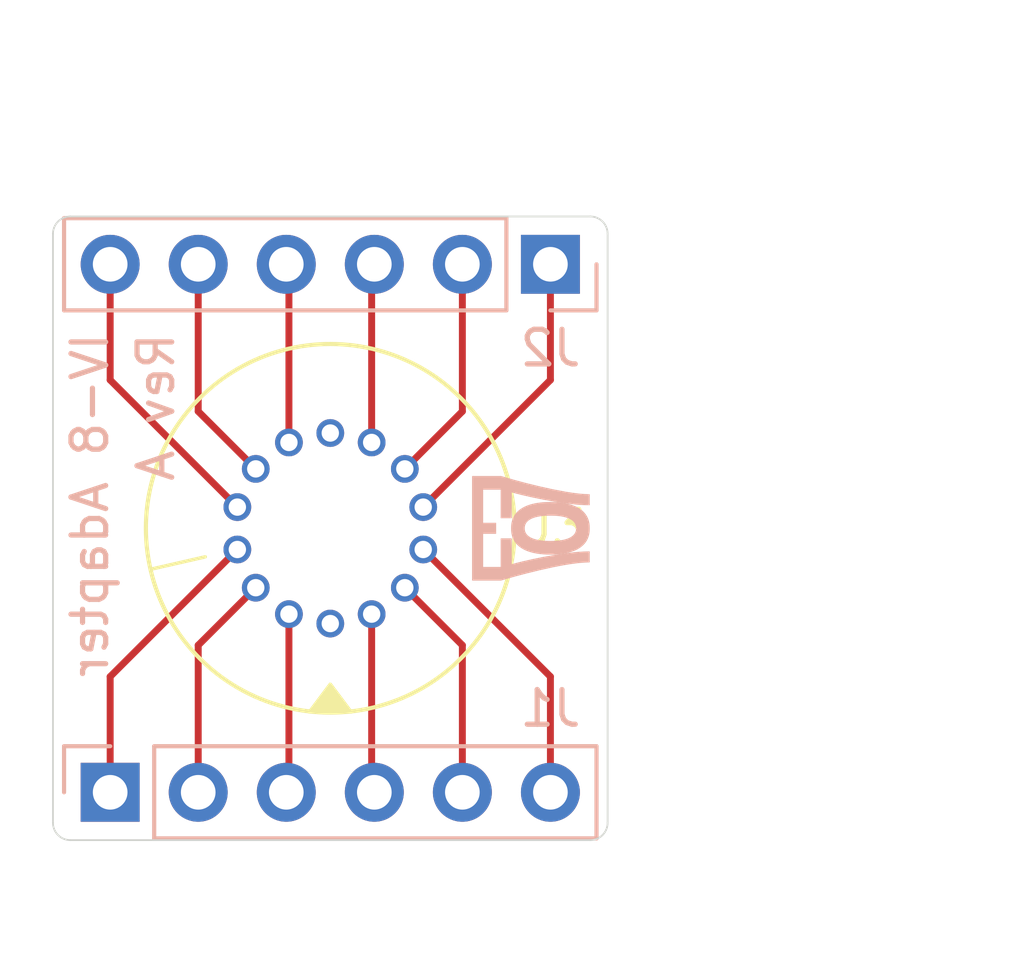
<source format=kicad_pcb>
(kicad_pcb (version 20240108) (generator "pcbnew") (generator_version "8.0")
  (layers (0 "F.Cu" signal) (31 "B.Cu" signal) (34 "B.Paste" user) (35 "F.Paste" user) (36 "B.SilkS" user "B.Silkscreen") (37 "F.SilkS" user "F.Silkscreen") (38 "B.Mask" user) (39 "F.Mask" user) (44 "Edge.Cuts" user))
  (net 0 "")
  (net 1 "Net-(J2-Pin_6)")
  (net 2 "Net-(J2-Pin_4)")
  (net 3 "Net-(J1-Pin_5)")
  (net 4 "Net-(J1-Pin_4)")
  (net 5 "Net-(J2-Pin_2)")
  (net 6 "Net-(J1-Pin_6)")
  (net 7 "Net-(J1-Pin_3)")
  (net 8 "Net-(J1-Pin_2)")
  (net 9 "Net-(J2-Pin_5)")
  (net 10 "Net-(J1-Pin_1)")
  (net 11 "Net-(J2-Pin_3)")
  (net 12 "Net-(J2-Pin_1)")
  (footprint "Library:IV-8 VFD" (layer "F.Cu") (at 142.25 88.25)
    (property "Reference" "J3" (at 6.5 0 0) (layer "F.SilkS"))
    (property "Value" "Conn_01x14")
    (fp_line (start -5.1866 1.1838) (end -3.6072 0.8233) (stroke (width 0.1)) (layer "F.SilkS"))
    (fp_circle (center 0 0) (end 0 5.32) (stroke (width 0.12)) (fill none) (layer "F.SilkS"))
    (fp_poly (pts (xy -0.6 5.3) (xy 0 4.5) (xy 0.6 5.3)) (stroke (width 0.1)) (fill solid) (layer "F.SilkS"))
    (pad "1" thru_hole oval (at -2.681053 0.611925) (size 0.8 0.8) (drill 0.5) (layers "*.Cu" "*.Mask") (net 10 "Net-(J1-Pin_1)"))
    (pad "2" thru_hole oval (at -2.15004 1.714591) (size 0.8 0.8) (drill 0.5) (layers "*.Cu" "*.Mask") (net 8 "Net-(J1-Pin_2)"))
    (pad "3" thru_hole oval (at -1.193186 2.477661) (size 0.8 0.8) (drill 0.5) (layers "*.Cu" "*.Mask") (net 7 "Net-(J1-Pin_3)"))
    (pad "4" thru_hole oval (at -0.000006 2.749999) (size 0.8 0.8) (drill 0.5) (layers "*.Cu" "*.Mask"))
    (pad "5" thru_hole oval (at 1.193174 2.477667) (size 0.8 0.8) (drill 0.5) (layers "*.Cu" "*.Mask") (net 4 "Net-(J1-Pin_4)"))
    (pad "6" thru_hole oval (at 2.150032 1.714602) (size 0.8 0.8) (drill 0.5) (layers "*.Cu" "*.Mask") (net 3 "Net-(J1-Pin_5)"))
    (pad "7" thru_hole oval (at 2.68105 0.611939) (size 0.8 0.8) (drill 0.5) (layers "*.Cu" "*.Mask") (net 6 "Net-(J1-Pin_6)"))
    (pad "8" thru_hole oval (at 2.681053 -0.611925) (size 0.8 0.8) (drill 0.5) (layers "*.Cu" "*.Mask") (net 12 "Net-(J2-Pin_1)"))
    (pad "9" thru_hole oval (at 2.15004 -1.714591) (size 0.8 0.8) (drill 0.5) (layers "*.Cu" "*.Mask") (net 5 "Net-(J2-Pin_2)"))
    (pad "10" thru_hole oval (at 1.193186 -2.477661) (size 0.8 0.8) (drill 0.5) (layers "*.Cu" "*.Mask") (net 11 "Net-(J2-Pin_3)"))
    (pad "11" thru_hole oval (at 0.000006 -2.749999) (size 0.8 0.8) (drill 0.5) (layers "*.Cu" "*.Mask"))
    (pad "12" thru_hole oval (at -1.193174 -2.477667) (size 0.8 0.8) (drill 0.5) (layers "*.Cu" "*.Mask") (net 2 "Net-(J2-Pin_4)"))
    (pad "13" thru_hole oval (at -2.150032 -1.714602) (size 0.8 0.8) (drill 0.5) (layers "*.Cu" "*.Mask") (net 9 "Net-(J2-Pin_5)"))
    (pad "14" thru_hole oval (at -2.68105 -0.611939) (size 0.8 0.8) (drill 0.5) (layers "*.Cu" "*.Mask") (net 1 "Net-(J2-Pin_6)"))
  )
  (footprint "Connector_PinHeader_2.54mm:PinHeader_1x06_P2.54mm_Vertical" (layer "B.Cu") (at 148.6 80.63 90)
    (property "Reference" "J2" (at -2.42 0 0) (layer "B.SilkS") (effects (justify mirror)))
    (property "Value" "Conn_01x06")
    (fp_line (start 1.33 -14.03) (end -1.33 -14.03) (stroke (width 0.12)) (layer "B.SilkS"))
    (fp_line (start 1.33 -14.03) (end 1.33 -1.27) (stroke (width 0.12)) (layer "B.SilkS"))
    (fp_line (start -1.33 -14.03) (end -1.33 -1.27) (stroke (width 0.12)) (layer "B.SilkS"))
    (fp_line (start 1.33 -1.27) (end -1.33 -1.27) (stroke (width 0.12)) (layer "B.SilkS"))
    (fp_line (start 0 1.33) (end -1.33 1.33) (stroke (width 0.12)) (layer "B.SilkS"))
    (fp_line (start -1.33 1.33) (end -1.33 0) (stroke (width 0.12)) (layer "B.SilkS"))
    (pad "1" thru_hole rect (at 0 0 90) (size 1.7 1.7) (drill 1) (layers "*.Cu" "*.Mask") (net 12 "Net-(J2-Pin_1)"))
    (pad "2" thru_hole oval (at 0 -2.54 90) (size 1.7 1.7) (drill 1) (layers "*.Cu" "*.Mask") (net 5 "Net-(J2-Pin_2)"))
    (pad "3" thru_hole oval (at 0 -5.08 90) (size 1.7 1.7) (drill 1) (layers "*.Cu" "*.Mask") (net 11 "Net-(J2-Pin_3)"))
    (pad "4" thru_hole oval (at 0 -7.62 90) (size 1.7 1.7) (drill 1) (layers "*.Cu" "*.Mask") (net 2 "Net-(J2-Pin_4)"))
    (pad "5" thru_hole oval (at 0 -10.16 90) (size 1.7 1.7) (drill 1) (layers "*.Cu" "*.Mask") (net 9 "Net-(J2-Pin_5)"))
    (pad "6" thru_hole oval (at 0 -12.7 90) (size 1.7 1.7) (drill 1) (layers "*.Cu" "*.Mask") (net 1 "Net-(J2-Pin_6)"))
  )
  (footprint "Connector_PinHeader_2.54mm:PinHeader_1x06_P2.54mm_Vertical" (layer "B.Cu") (at 135.9 95.87 -90)
    (property "Reference" "J1" (at -2.42 -12.7 180) (layer "B.SilkS") (effects (justify mirror)))
    (property "Value" "Conn_01x06")
    (fp_line (start -1.33 1.33) (end -1.33 0) (stroke (width 0.12)) (layer "B.SilkS"))
    (fp_line (start 0 1.33) (end -1.33 1.33) (stroke (width 0.12)) (layer "B.SilkS"))
    (fp_line (start 1.33 -1.27) (end -1.33 -1.27) (stroke (width 0.12)) (layer "B.SilkS"))
    (fp_line (start -1.33 -14.03) (end -1.33 -1.27) (stroke (width 0.12)) (layer "B.SilkS"))
    (fp_line (start 1.33 -14.03) (end 1.33 -1.27) (stroke (width 0.12)) (layer "B.SilkS"))
    (fp_line (start 1.33 -14.03) (end -1.33 -14.03) (stroke (width 0.12)) (layer "B.SilkS"))
    (pad "1" thru_hole rect (at 0 0 270) (size 1.7 1.7) (drill 1) (layers "*.Cu" "*.Mask") (net 10 "Net-(J1-Pin_1)"))
    (pad "2" thru_hole oval (at 0 -2.54 270) (size 1.7 1.7) (drill 1) (layers "*.Cu" "*.Mask") (net 8 "Net-(J1-Pin_2)"))
    (pad "3" thru_hole oval (at 0 -5.08 270) (size 1.7 1.7) (drill 1) (layers "*.Cu" "*.Mask") (net 7 "Net-(J1-Pin_3)"))
    (pad "4" thru_hole oval (at 0 -7.62 270) (size 1.7 1.7) (drill 1) (layers "*.Cu" "*.Mask") (net 4 "Net-(J1-Pin_4)"))
    (pad "5" thru_hole oval (at 0 -10.16 270) (size 1.7 1.7) (drill 1) (layers "*.Cu" "*.Mask") (net 3 "Net-(J1-Pin_5)"))
    (pad "6" thru_hole oval (at 0 -12.7 270) (size 1.7 1.7) (drill 1) (layers "*.Cu" "*.Mask") (net 6 "Net-(J1-Pin_6)"))
  )
  (gr_poly (pts (xy 147.174986 86.750013) (xy 147.562876 86.863686) (xy 147.882945 86.949087) (xy 148.25311 87.040641) (xy 148.647886 87.128679) (xy 149.041782 87.203534) (xy 149.230436 87.232996) (xy 149.409312 87.255537) (xy 149.575224 87.269947) (xy 149.724986 87.275019) (xy 149.724986 87.575001) (xy 149.578593 87.571613) (xy 149.422203 87.561963) (xy 149.258124 87.54682) (xy 149.088661 87.526952) (xy 148.916122 87.503128) (xy 148.742814 87.476119) (xy 148.403121 87.415618) (xy 148.088037 87.351601) (xy 147.816019 87.290222) (xy 147.605523 87.237632) (xy 147.475006 87.199985) (xy 147.475006 87.950017) (xy 147.174986 87.950017) (xy 147.174986 87.12499) (xy 146.65 87.125) (xy 146.65 88.1) (xy 147.025 88.1) (xy 147.025 88.4) (xy 146.65 88.4) (xy 146.65 89.375) (xy 147.174986 89.375007) (xy 147.174986 88.550019) (xy 147.475006 88.550019) (xy 147.475006 89.300012) (xy 147.605523 89.262364) (xy 147.816019 89.209775) (xy 148.088037 89.148395) (xy 148.403121 89.084379) (xy 148.742814 89.023878) (xy 149.08866 88.973045) (xy 149.258123 88.953177) (xy 149.422203 88.938034) (xy 149.578593 88.928384) (xy 149.724986 88.924996) (xy 149.724986 89.225016) (xy 149.575224 89.230088) (xy 149.409312 89.244497) (xy 149.230436 89.267036) (xy 149.041782 89.296496) (xy 148.846537 89.331668) (xy 148.647886 89.371344) (xy 148.25311 89.459375) (xy 147.882945 89.550922) (xy 147.562876 89.636317) (xy 147.318394 89.705894) (xy 147.174986 89.749984) (xy 146.35 89.75) (xy 146.35 86.750001)) (stroke (width 0.019874)) (fill solid) (layer "B.SilkS"))
  (gr_poly (pts (xy 147.477183 88.174706) (xy 147.482402 88.125084) (xy 147.492565 88.069531) (xy 147.50932 88.009582) (xy 147.534315 87.946778) (xy 147.550417 87.914785) (xy 147.569197 87.882655) (xy 147.590861 87.85058) (xy 147.615615 87.818752) (xy 147.643665 87.787363) (xy 147.675217 87.756606) (xy 147.710476 87.726674) (xy 147.74965 87.697757) (xy 147.792943 87.670049) (xy 147.840562 87.643741) (xy 147.892713 87.619027) (xy 147.949602 87.596098) (xy 148.011435 87.575146) (xy 148.078417 87.556364) (xy 148.150756 87.539945) (xy 148.228656 87.526079) (xy 148.312324 87.51496) (xy 148.401965 87.50678) (xy 148.497787 87.501731) (xy 148.599994 87.500005) (xy 148.702201 87.501731) (xy 148.798023 87.50678) (xy 148.887664 87.51496) (xy 148.971332 87.526079) (xy 149.049232 87.539945) (xy 149.121571 87.556365) (xy 149.188553 87.575146) (xy 149.250386 87.596098) (xy 149.307275 87.619027) (xy 149.359426 87.643741) (xy 149.407045 87.670049) (xy 149.450339 87.697757) (xy 149.489512 87.726674) (xy 149.524772 87.756606) (xy 149.556324 87.787363) (xy 149.584374 87.818752) (xy 149.609128 87.85058) (xy 149.630792 87.882655) (xy 149.649572 87.914785) (xy 149.665674 87.946778) (xy 149.679304 87.978441) (xy 149.690669 88.009582) (xy 149.699973 88.04001) (xy 149.707424 88.06953) (xy 149.717587 88.125084) (xy 149.722805 88.174705) (xy 149.725003 88.249998) (xy 149.722805 88.325291) (xy 149.717587 88.374912) (xy 149.707424 88.430466) (xy 149.690669 88.490414) (xy 149.665674 88.553219) (xy 149.649572 88.585211) (xy 149.630792 88.617342) (xy 149.609128 88.649417) (xy 149.584374 88.681245) (xy 149.556324 88.712633) (xy 149.524772 88.74339) (xy 149.489512 88.773323) (xy 149.450339 88.80224) (xy 149.407045 88.829948) (xy 149.359426 88.856255) (xy 149.307275 88.880969) (xy 149.250386 88.903899) (xy 149.188553 88.92485) (xy 149.121571 88.943632) (xy 149.049232 88.960052) (xy 148.971332 88.973917) (xy 148.887664 88.985036) (xy 148.798023 88.993216) (xy 148.702201 88.998265) (xy 148.599994 88.999991) (xy 148.599994 88.625014) (xy 148.668132 88.624151) (xy 148.732013 88.621626) (xy 148.791774 88.617536) (xy 148.847552 88.611976) (xy 148.899485 88.605043) (xy 148.947711 88.596833) (xy 148.992365 88.587441) (xy 149.033587 88.576965) (xy 149.071512 88.565499) (xy 149.106279 88.553142) (xy 149.138025 88.539987) (xy 149.166886 88.526132) (xy 149.193001 88.511673) (xy 149.216507 88.496706) (xy 149.237541 88.481326) (xy 149.256241 88.465631) (xy 149.272743 88.449716) (xy 149.287185 88.433678) (xy 149.299704 88.417612) (xy 149.310439 88.401615) (xy 149.319525 88.385782) (xy 149.327101 88.370211) (xy 149.333303 88.354996) (xy 149.338269 88.340235) (xy 149.342137 88.326023) (xy 149.345044 88.312457) (xy 149.348523 88.287645) (xy 149.349804 88.266569) (xy 149.349987 88.249998) (xy 149.348523 88.212351) (xy 149.345044 88.187539) (xy 149.338269 88.159761) (xy 149.327101 88.129786) (xy 149.310439 88.098382) (xy 149.287185 88.066319) (xy 149.272743 88.05028) (xy 149.256241 88.034365) (xy 149.237541 88.01867) (xy 149.216507 88.003291) (xy 149.193001 87.988323) (xy 149.166886 87.973864) (xy 149.138025 87.960009) (xy 149.106279 87.946855) (xy 149.071512 87.934497) (xy 149.033587 87.923032) (xy 148.992365 87.912555) (xy 148.947711 87.903164) (xy 148.899485 87.894953) (xy 148.847552 87.88802) (xy 148.791774 87.88246) (xy 148.732013 87.87837) (xy 148.668132 87.875845) (xy 148.599994 87.874982) (xy 148.531856 87.875845) (xy 148.467975 87.87837) (xy 148.408214 87.88246) (xy 148.352436 87.88802) (xy 148.300503 87.894953) (xy 148.252277 87.903164) (xy 148.207623 87.912555) (xy 148.166401 87.923032) (xy 148.128476 87.934497) (xy 148.093709 87.946855) (xy 148.061964 87.960009) (xy 148.033102 87.973864) (xy 148.006987 87.988323) (xy 147.983481 88.003291) (xy 147.962447 88.01867) (xy 147.943748 88.034365) (xy 147.927246 88.05028) (xy 147.912804 88.066318) (xy 147.900284 88.082384) (xy 147.88955 88.098382) (xy 147.880464 88.114214) (xy 147.872888 88.129786) (xy 147.866685 88.145) (xy 147.861719 88.159761) (xy 147.857851 88.173973) (xy 147.854945 88.187539) (xy 147.851466 88.212351) (xy 147.850185 88.233427) (xy 147.850002 88.249998) (xy 147.851466 88.287645) (xy 147.854945 88.312457) (xy 147.861719 88.340235) (xy 147.872888 88.370211) (xy 147.88955 88.401615) (xy 147.912804 88.433678) (xy 147.927246 88.449716) (xy 147.943748 88.465631) (xy 147.962447 88.481326) (xy 147.983481 88.496706) (xy 148.006987 88.511673) (xy 148.033102 88.526132) (xy 148.061964 88.539987) (xy 148.093709 88.553142) (xy 148.128476 88.565499) (xy 148.166402 88.576965) (xy 148.207623 88.587441) (xy 148.252277 88.596833) (xy 148.300503 88.605043) (xy 148.352436 88.611976) (xy 148.408214 88.617536) (xy 148.467975 88.621626) (xy 148.531856 88.624151) (xy 148.599994 88.625014) (xy 148.599994 88.999991) (xy 148.497787 88.998265) (xy 148.401965 88.993216) (xy 148.312324 88.985036) (xy 148.228656 88.973917) (xy 148.150756 88.960052) (xy 148.078418 88.943632) (xy 148.011435 88.92485) (xy 147.949602 88.903899) (xy 147.892714 88.880969) (xy 147.840563 88.856255) (xy 147.792943 88.829948) (xy 147.74965 88.802239) (xy 147.710477 88.773323) (xy 147.675217 88.74339) (xy 147.643665 88.712633) (xy 147.615615 88.681245) (xy 147.590861 88.649417) (xy 147.569197 88.617341) (xy 147.550417 88.585211) (xy 147.534315 88.553219) (xy 147.520685 88.521555) (xy 147.50932 88.490414) (xy 147.500016 88.459987) (xy 147.492565 88.430466) (xy 147.482402 88.374912) (xy 147.477183 88.325291) (xy 147.474986 88.249998)) (stroke (width 0.019874)) (fill solid) (layer "B.SilkS"))
  (gr_arc (start 134.75 97.25) (mid 134.396447 97.103553) (end 134.25 96.75) (stroke (width 0.05)) (layer "Edge.Cuts"))
  (gr_line (start 134.75 97.25) (end 149.75 97.25) (stroke (width 0.05)) (layer "Edge.Cuts"))
  (gr_line (start 150.25 96.75) (end 150.25 79.75) (stroke (width 0.05)) (layer "Edge.Cuts"))
  (gr_arc (start 149.75 79.25) (mid 150.103553 79.396447) (end 150.25 79.75) (stroke (width 0.05)) (layer "Edge.Cuts"))
  (gr_line (start 149.75 79.25) (end 134.75 79.25) (stroke (width 0.05)) (layer "Edge.Cuts"))
  (gr_arc (start 134.25 79.75) (mid 134.396447 79.396447) (end 134.75 79.25) (stroke (width 0.05)) (layer "Edge.Cuts"))
  (gr_line (start 134.25 79.75) (end 134.25 96.75) (stroke (width 0.05)) (layer "Edge.Cuts"))
  (gr_arc (start 150.25 96.75) (mid 150.103553 97.103553) (end 149.75 97.25) (stroke (width 0.05)) (layer "Edge.Cuts"))
  (gr_text "Rev A" (at 137.805 82.535 90) (layer "B.SilkS") (effects (font (size 1 1)) (justify left bottom mirror)))
  (gr_text "IV-8 Adapter" (at 135.9 82.535 90) (layer "B.SilkS") (effects (font (size 1 1)) (justify left bottom mirror)))
  (segment (start 135.9 83.969111) (end 139.56895 87.638061) (width 0.2) (layer "F.Cu") (net 1))
  (segment (start 135.9 80.75) (end 135.9 83.969111) (width 0.2) (layer "F.Cu") (net 1))
  (segment (start 141.056826 85.772333) (end 141.056826 80.826826) (width 0.2) (layer "F.Cu") (net 2))
  (segment (start 141.056826 80.826826) (end 140.98 80.75) (width 0.2) (layer "F.Cu") (net 2))
  (segment (start 144.400032 89.964602) (end 146.06 91.62457) (width 0.2) (layer "F.Cu") (net 3))
  (segment (start 146.06 91.62457) (end 146.06 95.75) (width 0.2) (layer "F.Cu") (net 3))
  (segment (start 143.443174 90.727667) (end 143.443174 95.673174) (width 0.2) (layer "F.Cu") (net 4))
  (segment (start 143.443174 95.673174) (end 143.52 95.75) (width 0.2) (layer "F.Cu") (net 4))
  (segment (start 146.06 84.875449) (end 146.06 80.75) (width 0.2) (layer "F.Cu") (net 5))
  (segment (start 144.40004 86.535409) (end 146.06 84.875449) (width 0.2) (layer "F.Cu") (net 5))
  (segment (start 144.93105 88.861939) (end 148.6 92.530889) (width 0.2) (layer "F.Cu") (net 6))
  (segment (start 148.6 92.530889) (end 148.6 95.75) (width 0.2) (layer "F.Cu") (net 6))
  (segment (start 141.056814 95.673186) (end 140.98 95.75) (width 0.2) (layer "F.Cu") (net 7))
  (segment (start 141.056814 90.727661) (end 141.056814 95.673186) (width 0.2) (layer "F.Cu") (net 7))
  (segment (start 140.09996 89.964591) (end 138.44 91.624551) (width 0.2) (layer "F.Cu") (net 8))
  (segment (start 138.44 91.624551) (end 138.44 95.75) (width 0.2) (layer "F.Cu") (net 8))
  (segment (start 140.099968 86.535398) (end 138.44 84.87543) (width 0.2) (layer "F.Cu") (net 9))
  (segment (start 138.44 84.87543) (end 138.44 80.75) (width 0.2) (layer "F.Cu") (net 9))
  (segment (start 139.568947 88.861925) (end 135.9 92.530872) (width 0.2) (layer "F.Cu") (net 10))
  (segment (start 135.9 92.530872) (end 135.9 95.75) (width 0.2) (layer "F.Cu") (net 10))
  (segment (start 143.443186 85.772339) (end 143.443186 80.826814) (width 0.2) (layer "F.Cu") (net 11))
  (segment (start 143.443186 80.826814) (end 143.52 80.75) (width 0.2) (layer "F.Cu") (net 11))
  (segment (start 148.6 83.969128) (end 144.931053 87.638075) (width 0.2) (layer "F.Cu") (net 12))
  (segment (start 148.6 80.75) (end 148.6 83.969128) (width 0.2) (layer "F.Cu") (net 12))
)
</source>
